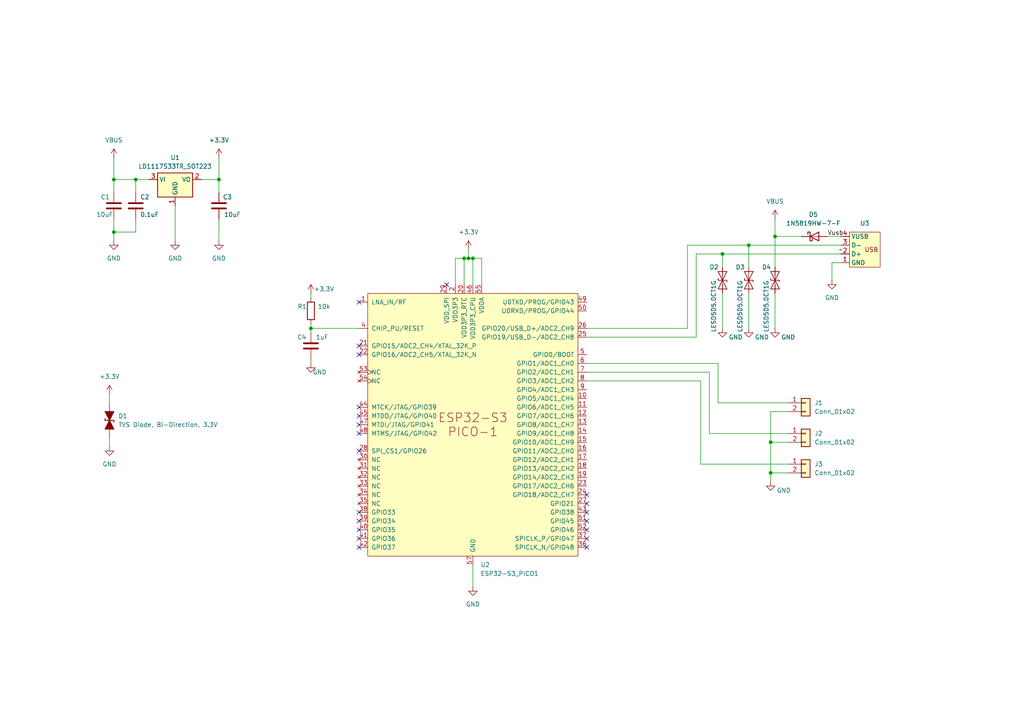
<source format=kicad_sch>
(kicad_sch (version 20230121) (generator eeschema)
  (paper "A4")
  (title_block (title "MoozyNano") (date "2023-07-21") (rev "0.1") (company "Author : Laurent Claude - www.laurentclaude.fr") (comment 1 "License : Open Source Hardware - CC BY-SA 4.0"))
  (lib_symbols
    (symbol "1_Laurent_Librairie:PCB_USC-connector"
      (property "Reference" "U" (at 0 0 0))
      (symbol "PCB_USC-connector_1_1"
        (rectangle (start 2.54 5.08) (end 11.43 -5.08) (fill (type background)))
        (rectangle (start 8.89 0) (end 8.89 0))
        (text "USB" (at 8.89 0 0) (effects (font (size 1.27 1.27))))
        (pin power_in line (at 0 3.81 0) (length 2.54) (name "GND") (number "1"))
        (pin bidirectional line (at 0 1.27 0) (length 2.54) (name "D+") (number "2"))
        (pin bidirectional line (at 0 -1.27 0) (length 2.54) (name "D-") (number "3"))
        (pin power_in line (at 0 -3.81 0) (length 2.54) (name "VUSB") (number "4"))
      )
    )
    (symbol "Connector_Generic:Conn_01x02" (pin_names (offset 1.016) hide)
      (property "Reference" "J" (at 0 2.54 0))
      (property "Value" "Conn_01x02" (at 0 -5.08 0))
      (symbol "Conn_01x02_1_1"
        (rectangle (start -1.27 -2.413) (end 0 -2.667) (stroke (width 0.1524)))
        (rectangle (start -1.27 0.127) (end 0 -0.127) (stroke (width 0.1524)))
        (rectangle (start -1.27 1.27) (end 1.27 -3.81) (stroke (width 0.254)) (fill (type background)))
        (pin passive line (at -5.08 0 0) (length 3.81) (name "Pin_1") (number "1"))
        (pin passive line (at -5.08 -2.54 0) (length 3.81) (name "Pin_2") (number "2"))
      )
    )
    (symbol "Device:C" (pin_numbers hide) (pin_names (offset 0.254))
      (property "Reference" "C" (at 0.635 2.54 0))
      (property "Value" "C" (at 0.635 -2.54 0))
      (symbol "C_0_1"
        (polyline (pts (xy -2.032 -0.762) (xy 2.032 -0.762)) (stroke (width 0.508)))
        (polyline (pts (xy -2.032 0.762) (xy 2.032 0.762)) (stroke (width 0.508)))
      )
      (symbol "C_1_1"
        (pin passive line (at 0 3.81 270) (length 2.794) (name "~") (number "1"))
        (pin passive line (at 0 -3.81 90) (length 2.794) (name "~") (number "2"))
      )
    )
    (symbol "Device:R" (pin_numbers hide) (pin_names (offset 0))
      (property "Reference" "R" (at 2.032 0 90))
      (property "Value" "R" (at 0 0 90))
      (symbol "R_0_1"
        (rectangle (start -1.016 -2.54) (end 1.016 2.54) (stroke (width 0.254)))
      )
      (symbol "R_1_1"
        (pin passive line (at 0 3.81 270) (length 1.27) (name "~") (number "1"))
        (pin passive line (at 0 -3.81 90) (length 1.27) (name "~") (number "2"))
      )
    )
    (symbol "Diode:1N5819" (pin_numbers hide) (pin_names (offset 1.016) hide)
      (property "Reference" "D" (at 0 2.54 0))
      (property "Value" "1N5819" (at 0 -2.54 0))
      (symbol "1N5819_0_1"
        (polyline (pts (xy 1.27 0) (xy -1.27 0)))
        (polyline (pts (xy 1.27 1.27) (xy 1.27 -1.27) (xy -1.27 0) (xy 1.27 1.27)) (stroke (width 0.254)))
        (polyline (pts (xy -1.905 0.635) (xy -1.905 1.27) (xy -1.27 1.27) (xy -1.27 -1.27) (xy -0.635 -1.27) (xy -0.635 -0.635)) (stroke (width 0.254)))
      )
      (symbol "1N5819_1_1"
        (pin passive line (at -3.81 0 0) (length 2.54) (name "K") (number "1"))
        (pin passive line (at 3.81 0 180) (length 2.54) (name "A") (number "2"))
      )
    )
    (symbol "Diode:ESD9B5.0ST5G" (pin_numbers hide) (pin_names (offset 1.016) hide)
      (property "Reference" "D" (at 0 2.54 0))
      (property "Value" "ESD9B5.0ST5G" (at 0 -2.54 0))
      (symbol "ESD9B5.0ST5G_0_1"
        (polyline (pts (xy 1.27 0) (xy -1.27 0)))
        (polyline (pts (xy -2.54 -1.27) (xy 0 0) (xy -2.54 1.27) (xy -2.54 -1.27)) (stroke (width 0.2032)))
        (polyline (pts (xy 0.508 1.27) (xy 0 1.27) (xy 0 -1.27) (xy -0.508 -1.27)) (stroke (width 0.2032)))
        (polyline (pts (xy 2.54 1.27) (xy 2.54 -1.27) (xy 0 0) (xy 2.54 1.27)) (stroke (width 0.2032)))
      )
      (symbol "ESD9B5.0ST5G_1_1"
        (pin passive line (at -3.81 0 0) (length 2.54) (name "A1") (number "1"))
        (pin passive line (at 3.81 0 180) (length 2.54) (name "A2") (number "2"))
      )
    )
    (symbol "PCM_Diode_TVS_AKL:D_TVS_Bidirectional_Generic" (pin_numbers hide) (pin_names (offset 1.016) hide)
      (property "Reference" "D" (at 0 5.08 0))
      (property "Value" "D_TVS_Bidirectional_Generic" (at 0 2.54 0))
      (symbol "D_TVS_Bidirectional_Generic_0_1"
        (polyline (pts (xy 0 -1.27) (xy -0.508 -1.27)) (stroke (width 0.254)))
        (polyline (pts (xy 0 1.27) (xy 0 -1.27)) (stroke (width 0.254)))
        (polyline (pts (xy 0 1.27) (xy 0.508 1.27)) (stroke (width 0.254)))
        (polyline (pts (xy 1.27 0) (xy -1.27 0)))
        (polyline (pts (xy 0 0) (xy -2.54 1.27) (xy -2.54 -1.27) (xy 0 0)) (stroke (width 0.254)) (fill (type outline)))
        (polyline (pts (xy 2.54 1.27) (xy 2.54 -1.27) (xy 0 0) (xy 2.54 1.27)) (stroke (width 0.254)) (fill (type outline)))
      )
      (symbol "D_TVS_Bidirectional_Generic_1_1"
        (pin passive line (at -5.08 0 0) (length 2.54) (name "K") (number "1"))
        (pin passive line (at 5.08 0 180) (length 2.54) (name "A") (number "2"))
      )
    )
    (symbol "PCM_Espressif:ESP32-S3_PICO1" (pin_names (offset 1.016))
      (property "Reference" "U" (at -30.48 43.18 0))
      (property "Value" "ESP32-S3_PICO1" (at -30.48 40.64 0))
      (symbol "ESP32-S3_PICO1_0_0"
        (pin bidirectional line (at 33.02 -35.56 180) (length 2.54) (name "SPICLK_N/GPIO48") (number "36"))
        (pin bidirectional line (at 33.02 -33.02 180) (length 2.54) (name "SPICLK_P/GPIO47") (number "37"))
      )
      (symbol "ESP32-S3_PICO1_0_1"
        (rectangle (start -30.48 38.1) (end 30.48 -38.1) (fill (type background)))
      )
      (symbol "ESP32-S3_PICO1_1_0"
        (text "ESP32-S3\nPICO-1" (at 0 0 0) (effects (font (size 2.54 2.54))))
      )
      (symbol "ESP32-S3_PICO1_1_1"
        (pin bidirectional line (at -33.02 35.56 0) (length 2.54) (name "LNA_IN/RF") (number "1"))
        (pin bidirectional line (at 33.02 7.62 180) (length 2.54) (name "GPIO5/ADC1_CH4") (number "10"))
        (pin bidirectional line (at 33.02 5.08 180) (length 2.54) (name "GPIO6/ADC1_CH5") (number "11"))
        (pin bidirectional line (at 33.02 2.54 180) (length 2.54) (name "GPIO7/ADC1_CH6") (number "12"))
        (pin bidirectional line (at 33.02 0 180) (length 2.54) (name "GPIO8/ADC1_CH7") (number "13"))
        (pin bidirectional line (at 33.02 -2.54 180) (length 2.54) (name "GPIO9/ADC1_CH8") (number "14"))
        (pin bidirectional line (at 33.02 -5.08 180) (length 2.54) (name "GPIO10/ADC1_CH9") (number "15"))
        (pin bidirectional line (at 33.02 -7.62 180) (length 2.54) (name "GPIO11/ADC2_CH0") (number "16"))
        (pin bidirectional line (at 33.02 -10.16 180) (length 2.54) (name "GPIO12/ADC2_CH1") (number "17"))
        (pin bidirectional line (at 33.02 -12.7 180) (length 2.54) (name "GPIO13/ADC2_CH2") (number "18"))
        (pin bidirectional line (at 33.02 -15.24 180) (length 2.54) (name "GPIO14/ADC2_CH3") (number "19"))
        (pin power_in line (at -5.08 40.64 270) (length 2.54) (name "VDD3P3") (number "2"))
        (pin power_in line (at -2.54 40.64 270) (length 2.54) (name "VDD3P3_RTC") (number "20"))
        (pin bidirectional line (at -33.02 22.86 0) (length 2.54) (name "GPIO15/ADC2_CH4/XTAL_32K_P") (number "21"))
        (pin bidirectional line (at -33.02 20.32 0) (length 2.54) (name "GPIO16/ADC2_CH5/XTAL_32K_N") (number "22"))
        (pin bidirectional line (at 33.02 -17.78 180) (length 2.54) (name "GPIO17/ADC2_CH6") (number "23"))
        (pin bidirectional line (at 33.02 -20.32 180) (length 2.54) (name "GPIO18/ADC2_CH7") (number "24"))
        (pin bidirectional line (at 33.02 25.4 180) (length 2.54) (name "GPIO19/USB_D-/ADC2_CH8") (number "25"))
        (pin bidirectional line (at 33.02 27.94 180) (length 2.54) (name "GPIO20/USB_D+/ADC2_CH9") (number "26"))
        (pin bidirectional line (at 33.02 -22.86 180) (length 2.54) (name "GPIO21") (number "27"))
        (pin bidirectional line (at -33.02 -7.62 0) (length 2.54) (name "SPI_CS1/GPIO26") (number "28"))
        (pin power_out line (at -7.62 40.64 270) (length 2.54) (name "VDD_SPI") (number "29"))
        (pin power_in line (at -5.08 40.64 270) (length 2.54) hide (name "VDD3P3") (number "3"))
        (pin no_connect line (at -33.02 -10.16 0) (length 2.54) (name "NC") (number "30"))
        (pin no_connect line (at -33.02 -12.7 0) (length 2.54) (name "NC") (number "31"))
        (pin no_connect line (at -33.02 -15.24 0) (length 2.54) (name "NC") (number "32"))
        (pin no_connect line (at -33.02 -17.78 0) (length 2.54) (name "NC") (number "33"))
        (pin no_connect line (at -33.02 -20.32 0) (length 2.54) (name "NC") (number "34"))
        (pin no_connect line (at -33.02 -22.86 0) (length 2.54) (name "NC") (number "35"))
        (pin bidirectional line (at -33.02 -25.4 0) (length 2.54) (name "GPIO33") (number "38"))
        (pin bidirectional line (at -33.02 -27.94 0) (length 2.54) (name "GPIO34") (number "39"))
        (pin input line (at -33.02 27.94 0) (length 2.54) (name "CHIP_PU/RESET") (number "4"))
        (pin bidirectional line (at -33.02 -30.48 0) (length 2.54) (name "GPIO35") (number "40"))
        (pin bidirectional line (at -33.02 -33.02 0) (length 2.54) (name "GPIO36") (number "41"))
        (pin bidirectional line (at -33.02 -35.56 0) (length 2.54) (name "GPIO37") (number "42"))
        (pin bidirectional line (at 33.02 -25.4 180) (length 2.54) (name "GPIO38") (number "43"))
        (pin bidirectional line (at -33.02 5.08 0) (length 2.54) (name "MTCK/JTAG/GPIO39") (number "44"))
        (pin bidirectional line (at -33.02 2.54 0) (length 2.54) (name "MTDO/JTAG/GPIO40") (number "45"))
        (pin power_in line (at 0 40.64 270) (length 2.54) (name "VDD3P3_CPU") (number "46"))
        (pin bidirectional line (at -33.02 0 0) (length 2.54) (name "MTDI/JTAG/GPIO41") (number "47"))
        (pin bidirectional line (at -33.02 -2.54 0) (length 2.54) (name "MTMS/JTAG/GPIO42") (number "48"))
        (pin bidirectional line (at 33.02 35.56 180) (length 2.54) (name "U0TXD/PROG/GPIO43") (number "49"))
        (pin bidirectional line (at 33.02 20.32 180) (length 2.54) (name "GPIO0/BOOT") (number "5"))
        (pin bidirectional line (at 33.02 33.02 180) (length 2.54) (name "U0RXD/PROG/GPIO44") (number "50"))
        (pin bidirectional line (at 33.02 -27.94 180) (length 2.54) (name "GPIO45") (number "51"))
        (pin bidirectional line (at 33.02 -30.48 180) (length 2.54) (name "GPIO46") (number "52"))
        (pin no_connect clock (at -33.02 15.24 0) (length 2.54) (name "NC") (number "53"))
        (pin no_connect clock (at -33.02 12.7 0) (length 2.54) (name "NC") (number "54"))
        (pin power_in line (at 2.54 40.64 270) (length 2.54) (name "VDDA") (number "55"))
        (pin passive line (at 2.54 40.64 270) (length 2.54) hide (name "VDDA") (number "56"))
        (pin power_in line (at 0 -40.64 90) (length 2.54) (name "GND") (number "57"))
        (pin bidirectional line (at 33.02 17.78 180) (length 2.54) (name "GPIO1/ADC1_CH0") (number "6"))
        (pin bidirectional line (at 33.02 15.24 180) (length 2.54) (name "GPIO2/ADC1_CH1") (number "7"))
        (pin bidirectional line (at 33.02 12.7 180) (length 2.54) (name "GPIO3/ADC1_CH2") (number "8"))
        (pin bidirectional line (at 33.02 10.16 180) (length 2.54) (name "GPIO4/ADC1_CH3") (number "9"))
      )
    )
    (symbol "Regulator_Linear:LD1117S33TR_SOT223"
      (property "Reference" "U" (at -3.81 3.175 0))
      (property "Value" "LD1117S33TR_SOT223" (at 0 3.175 0))
      (symbol "LD1117S33TR_SOT223_0_1"
        (rectangle (start -5.08 -5.08) (end 5.08 1.905) (stroke (width 0.254)) (fill (type background)))
      )
      (symbol "LD1117S33TR_SOT223_1_1"
        (pin power_in line (at 0 -7.62 90) (length 2.54) (name "GND") (number "1"))
        (pin power_out line (at 7.62 0 180) (length 2.54) (name "VO") (number "2"))
        (pin power_in line (at -7.62 0 0) (length 2.54) (name "VI") (number "3"))
      )
    )
    (symbol "power:+3.3V" (power) (pin_names (offset 0))
      (property "Value" "+3.3V" (at 0 3.556 0))
      (symbol "+3.3V_0_1"
        (polyline (pts (xy -0.762 1.27) (xy 0 2.54)))
        (polyline (pts (xy 0 0) (xy 0 2.54)))
        (polyline (pts (xy 0 2.54) (xy 0.762 1.27)))
      )
      (symbol "+3.3V_1_1"
        (pin power_in line (at 0 0 90) (length 0) hide (name "+3.3V") (number "1"))
      )
    )
    (symbol "power:GND" (power) (pin_names (offset 0))
      (property "Value" "GND" (at 0 -3.81 0))
      (symbol "GND_0_1"
        (polyline (pts (xy 0 0) (xy 0 -1.27) (xy 1.27 -1.27) (xy 0 -2.54) (xy -1.27 -1.27) (xy 0 -1.27)))
      )
      (symbol "GND_1_1"
        (pin power_in line (at 0 0 270) (length 0) hide (name "GND") (number "1"))
      )
    )
    (symbol "power:VBUS" (power) (pin_names (offset 0))
      (property "Value" "VBUS" (at 0 3.81 0))
      (symbol "VBUS_0_1"
        (polyline (pts (xy -0.762 1.27) (xy 0 2.54)))
        (polyline (pts (xy 0 0) (xy 0 2.54)))
        (polyline (pts (xy 0 2.54) (xy 0.762 1.27)))
      )
      (symbol "VBUS_1_1"
        (pin power_in line (at 0 0 90) (length 0) hide (name "VBUS") (number "1"))
      )
    )
  )
  (junction (at 223.52 128.27))
  (junction (at 135.89 74.93))
  (junction (at 33.02 52.07))
  (junction (at 90.17 95.25))
  (junction (at 63.5 52.07))
  (junction (at 209.55 73.66))
  (junction (at 217.17 71.12))
  (junction (at 137.16 74.93))
  (junction (at 39.37 52.07))
  (junction (at 134.62 74.93))
  (junction (at 224.79 68.58))
  (junction (at 223.52 137.16))
  (junction (at 33.02 67.31))
  (no_connect (at 104.14 151.13))
  (no_connect (at 129.54 82.55))
  (no_connect (at 104.14 156.21))
  (no_connect (at 170.18 153.67))
  (no_connect (at 104.14 123.19))
  (no_connect (at 170.18 143.51))
  (no_connect (at 104.14 130.81))
  (no_connect (at 104.14 102.87))
  (no_connect (at 104.14 120.65))
  (no_connect (at 104.14 153.67))
  (no_connect (at 170.18 151.13))
  (no_connect (at 170.18 146.05))
  (no_connect (at 170.18 148.59))
  (no_connect (at 170.18 158.75))
  (no_connect (at 104.14 158.75))
  (no_connect (at 104.14 148.59))
  (no_connect (at 170.18 156.21))
  (no_connect (at 104.14 125.73))
  (no_connect (at 104.14 87.63))
  (no_connect (at 104.14 118.11))
  (no_connect (at 104.14 100.33))
  (wire (pts (xy 208.28 116.84) (xy 228.6 116.84)))
  (wire (pts (xy 90.17 93.98) (xy 90.17 95.25)))
  (wire (pts (xy 205.74 125.73) (xy 228.6 125.73)))
  (wire (pts (xy 199.39 71.12) (xy 199.39 95.25)))
  (wire (pts (xy 170.18 97.79) (xy 201.93 97.79)))
  (wire (pts (xy 203.2 110.49) (xy 203.2 134.62)))
  (wire (pts (xy 33.02 45.72) (xy 33.02 52.07)))
  (wire (pts (xy 228.6 128.27) (xy 223.52 128.27)))
  (wire (pts (xy 134.62 74.93) (xy 132.08 74.93)))
  (wire (pts (xy 201.93 73.66) (xy 201.93 97.79)))
  (wire (pts (xy 217.17 85.09) (xy 217.17 95.25)))
  (wire (pts (xy 224.79 68.58) (xy 232.41 68.58)))
  (wire (pts (xy 240.03 68.58) (xy 243.84 68.58)))
  (wire (pts (xy 139.7 82.55) (xy 139.7 74.93)))
  (wire (pts (xy 33.02 52.07) (xy 33.02 55.88)))
  (wire (pts (xy 137.16 163.83) (xy 137.16 170.18)))
  (wire (pts (xy 135.89 74.93) (xy 134.62 74.93)))
  (wire (pts (xy 243.84 76.2) (xy 241.3 76.2)))
  (wire (pts (xy 228.6 137.16) (xy 223.52 137.16)))
  (wire (pts (xy 50.8 59.69) (xy 50.8 69.85)))
  (wire (pts (xy 170.18 110.49) (xy 203.2 110.49)))
  (wire (pts (xy 208.28 105.41) (xy 208.28 116.84)))
  (wire (pts (xy 241.3 76.2) (xy 241.3 81.28)))
  (wire (pts (xy 58.42 52.07) (xy 63.5 52.07)))
  (wire (pts (xy 170.18 95.25) (xy 199.39 95.25)))
  (wire (pts (xy 39.37 52.07) (xy 43.18 52.07)))
  (wire (pts (xy 217.17 71.12) (xy 243.84 71.12)))
  (wire (pts (xy 223.52 119.38) (xy 223.52 128.27)))
  (wire (pts (xy 203.2 134.62) (xy 228.6 134.62)))
  (wire (pts (xy 217.17 71.12) (xy 217.17 77.47)))
  (wire (pts (xy 90.17 95.25) (xy 104.14 95.25)))
  (wire (pts (xy 39.37 55.88) (xy 39.37 52.07)))
  (wire (pts (xy 63.5 45.72) (xy 63.5 52.07)))
  (wire (pts (xy 224.79 68.58) (xy 224.79 77.47)))
  (wire (pts (xy 199.39 71.12) (xy 217.17 71.12)))
  (wire (pts (xy 209.55 73.66) (xy 209.55 77.47)))
  (wire (pts (xy 132.08 74.93) (xy 132.08 82.55)))
  (wire (pts (xy 170.18 107.95) (xy 205.74 107.95)))
  (wire (pts (xy 209.55 73.66) (xy 243.84 73.66)))
  (wire (pts (xy 137.16 74.93) (xy 139.7 74.93)))
  (wire (pts (xy 33.02 67.31) (xy 33.02 69.85)))
  (wire (pts (xy 63.5 63.5) (xy 63.5 69.85)))
  (wire (pts (xy 31.75 127) (xy 31.75 129.54)))
  (wire (pts (xy 224.79 85.09) (xy 224.79 95.25)))
  (wire (pts (xy 39.37 63.5) (xy 39.37 67.31)))
  (wire (pts (xy 209.55 85.09) (xy 209.55 95.25)))
  (wire (pts (xy 90.17 85.09) (xy 90.17 86.36)))
  (wire (pts (xy 137.16 82.55) (xy 137.16 74.93)))
  (wire (pts (xy 224.79 63.5) (xy 224.79 68.58)))
  (wire (pts (xy 90.17 96.52) (xy 90.17 95.25)))
  (wire (pts (xy 31.75 114.3) (xy 31.75 116.84)))
  (wire (pts (xy 63.5 52.07) (xy 63.5 55.88)))
  (wire (pts (xy 205.74 107.95) (xy 205.74 125.73)))
  (wire (pts (xy 228.6 119.38) (xy 223.52 119.38)))
  (wire (pts (xy 201.93 73.66) (xy 209.55 73.66)))
  (wire (pts (xy 135.89 72.39) (xy 135.89 74.93)))
  (wire (pts (xy 39.37 52.07) (xy 33.02 52.07)))
  (wire (pts (xy 137.16 74.93) (xy 135.89 74.93)))
  (wire (pts (xy 223.52 137.16) (xy 223.52 139.7)))
  (wire (pts (xy 33.02 63.5) (xy 33.02 67.31)))
  (wire (pts (xy 134.62 74.93) (xy 134.62 82.55)))
  (wire (pts (xy 223.52 128.27) (xy 223.52 137.16)))
  (wire (pts (xy 90.17 104.14) (xy 90.17 105.41)))
  (wire (pts (xy 170.18 105.41) (xy 208.28 105.41)))
  (wire (pts (xy 39.37 67.31) (xy 33.02 67.31)))
  (label "Vusb" (at 240.03 68.58 0))
  (symbol (lib_id "power:GND") (at 217.17 95.25 0) (unit 1)
    (property "Reference" "#PWR017" (effects hide))
    (property "Value" "GND" (at 220.98 97.79 0))
  )
  (symbol (lib_id "power:GND") (at 33.02 69.85 0) (unit 1)
    (property "Reference" "#PWR02" (effects hide))
    (property "Value" "GND" (at 33.02 74.93 0))
  )
  (symbol (lib_id "PCM_Espressif:ESP32-S3_PICO1") (at 137.16 123.19 0) (unit 1)
    (property "Reference" "U2" (at 139.3541 163.83 0) (effects (justify left)))
    (property "Value" "ESP32-S3_PICO1" (at 139.3541 166.37 0) (effects (justify left)))
    (property "Footprint" "Package_DFN_QFN:QFN-56-1EP_7x7mm_P0.4mm_EP5.6x5.6mm" (effects hide))
    (property "Datasheet" "https://www.espressif.com/sites/default/files/documentation/esp32-s3-pico-1_datasheet_en.pdf" (effects hide))
  )
  (symbol (lib_id "Device:C") (at 90.17 100.33 180) (unit 1)
    (property "Reference" "C4" (at 88.9 97.79 0) (effects (justify left)))
    (property "Value" "1uF" (at 95.25 97.79 0) (effects (justify left)))
    (property "Footprint" "Capacitor_SMD:C_0805_2012Metric_Pad1.18x1.45mm_HandSolder" (effects hide))
  )
  (symbol (lib_id "Diode:ESD9B5.0ST5G") (at 217.17 81.28 90) (unit 1)
    (property "Reference" "D3" (at 213.36 77.47 90) (effects (justify right)))
    (property "Value" "LESD5D5.0CT1G" (at 214.63 81.28 0) (effects (justify right)))
    (property "Footprint" "Diode_SMD:D_SOD-923" (effects hide))
    (property "Datasheet" "https://www.onsemi.com/pub/Collateral/ESD9B-D.PDF" (effects hide))
  )
  (symbol (lib_id "power:+3.3V") (at 63.5 45.72 0) (unit 1)
    (property "Reference" "#PWR04" (effects hide))
    (property "Value" "+3.3V" (at 63.5 40.64 0))
  )
  (symbol (lib_id "PCM_Diode_TVS_AKL:D_TVS_Bidirectional_Generic") (at 31.75 121.92 90) (unit 1)
    (property "Reference" "D1" (at 34.29 120.65 90) (effects (justify right)))
    (property "Value" "TVS Diode, Bi-Direction, 3.3V" (at 34.29 123.19 90) (effects (justify right)))
    (property "Footprint" "Diode_SMD:D_SOD-323_HandSoldering" (effects hide))
  )
  (symbol (lib_id "power:+3.3V") (at 31.75 114.3 0) (unit 1)
    (property "Reference" "#PWR06" (effects hide))
    (property "Value" "+3.3V" (at 31.75 109.22 0))
  )
  (symbol (lib_id "Connector_Generic:Conn_01x02") (at 233.68 125.73 0) (unit 1)
    (property "Reference" "J2" (at 236.22 125.73 0) (effects (justify left)))
    (property "Value" "Conn_01x02" (at 236.22 128.27 0) (effects (justify left)))
    (property "Footprint" "Connector_PinHeader_2.54mm:PinHeader_1x02_P2.54mm_Vertical" (effects hide))
  )
  (symbol (lib_id "power:GND") (at 209.55 95.25 0) (unit 1)
    (property "Reference" "#PWR016" (effects hide))
    (property "Value" "GND" (at 213.36 97.79 0))
  )
  (symbol (lib_id "power:GND") (at 137.16 170.18 0) (unit 1)
    (property "Reference" "#PWR015" (effects hide))
    (property "Value" "GND" (at 137.16 175.26 0))
  )
  (symbol (lib_id "power:VBUS") (at 33.02 45.72 0) (unit 1)
    (property "Reference" "#PWR01" (effects hide))
    (property "Value" "VBUS" (at 33.02 40.64 0))
  )
  (symbol (lib_id "Device:C") (at 39.37 59.69 0) (unit 1)
    (property "Reference" "C2" (at 40.64 57.15 0) (effects (justify left)))
    (property "Value" "0.1uF" (at 40.64 62.23 0) (effects (justify left)))
    (property "Footprint" "Capacitor_SMD:C_0805_2012Metric_Pad1.18x1.45mm_HandSolder" (effects hide))
  )
  (symbol (lib_id "power:GND") (at 241.3 81.28 0) (mirror y) (unit 1)
    (property "Reference" "#PWR021" (effects hide))
    (property "Value" "GND" (at 241.3 86.36 0))
  )
  (symbol (lib_id "1_Laurent_Librairie:PCB_USC-connector") (at 243.84 72.39 0) (mirror x) (unit 1)
    (property "Reference" "U3" (at 250.825 64.77 0))
    (property "Value" "~" (at 243.84 72.39 0))
    (property "Footprint" "1_Laurent_Librairie:PCB_USB_Connector" (effects hide))
  )
  (symbol (lib_id "power:+3.3V") (at 135.89 72.39 0) (unit 1)
    (property "Reference" "#PWR010" (effects hide))
    (property "Value" "+3.3V" (at 135.89 67.31 0))
  )
  (symbol (lib_id "power:GND") (at 224.79 95.25 0) (unit 1)
    (property "Reference" "#PWR020" (effects hide))
    (property "Value" "GND" (at 228.6 97.79 0))
  )
  (symbol (lib_id "Diode:1N5819") (at 236.22 68.58 0) (unit 1)
    (property "Reference" "D5" (at 235.9025 62.23 0))
    (property "Value" "1N5819HW-7-F" (at 235.9025 64.77 0))
    (property "Footprint" "Diode_SMD:D_SOD-123" (effects hide))
    (property "Datasheet" "http://www.vishay.com/docs/88525/1n5817.pdf" (effects hide))
  )
  (symbol (lib_id "power:GND") (at 31.75 129.54 0) (unit 1)
    (property "Reference" "#PWR07" (effects hide))
    (property "Value" "GND" (at 31.75 134.62 0))
  )
  (symbol (lib_id "Device:C") (at 33.02 59.69 0) (unit 1)
    (property "Reference" "C1" (at 29.21 57.15 0) (effects (justify left)))
    (property "Value" "10uF" (at 27.94 62.23 0) (effects (justify left)))
    (property "Footprint" "Capacitor_SMD:C_0805_2012Metric_Pad1.18x1.45mm_HandSolder" (effects hide))
  )
  (symbol (lib_id "Diode:ESD9B5.0ST5G") (at 209.55 81.28 90) (unit 1)
    (property "Reference" "D2" (at 205.74 77.47 90) (effects (justify right)))
    (property "Value" "LESD5D5.0CT1G" (at 207.01 81.28 0) (effects (justify right)))
    (property "Footprint" "Diode_SMD:D_SOD-923" (effects hide))
    (property "Datasheet" "https://www.onsemi.com/pub/Collateral/ESD9B-D.PDF" (effects hide))
  )
  (symbol (lib_id "power:GND") (at 223.52 139.7 0) (unit 1)
    (property "Reference" "#PWR018" (effects hide))
    (property "Value" "GND" (at 227.33 142.24 0))
  )
  (symbol (lib_id "Diode:ESD9B5.0ST5G") (at 224.79 81.28 90) (unit 1)
    (property "Reference" "D4" (at 220.98 77.47 90) (effects (justify right)))
    (property "Value" "LESD5D5.0CT1G" (at 222.25 81.28 0) (effects (justify right)))
    (property "Footprint" "Diode_SMD:D_SOD-923" (effects hide))
    (property "Datasheet" "https://www.onsemi.com/pub/Collateral/ESD9B-D.PDF" (effects hide))
  )
  (symbol (lib_id "Connector_Generic:Conn_01x02") (at 233.68 116.84 0) (unit 1)
    (property "Reference" "J1" (at 236.22 116.84 0) (effects (justify left)))
    (property "Value" "Conn_01x02" (at 236.22 119.38 0) (effects (justify left)))
    (property "Footprint" "Connector_PinHeader_2.54mm:PinHeader_1x02_P2.54mm_Vertical" (effects hide))
  )
  (symbol (lib_id "power:VBUS") (at 224.79 63.5 0) (unit 1)
    (property "Reference" "#PWR019" (effects hide))
    (property "Value" "VBUS" (at 224.79 58.42 0))
  )
  (symbol (lib_id "power:+3.3V") (at 90.17 85.09 0) (unit 1)
    (property "Reference" "#PWR08" (effects hide))
    (property "Value" "+3.3V" (at 93.98 83.82 0))
  )
  (symbol (lib_id "Regulator_Linear:LD1117S33TR_SOT223") (at 50.8 52.07 0) (unit 1)
    (property "Reference" "U1" (at 50.8 45.72 0))
    (property "Value" "LD1117S33TR_SOT223" (at 50.8 48.26 0))
    (property "Footprint" "Package_TO_SOT_SMD:SOT-223-3_TabPin2" (effects hide))
    (property "Datasheet" "http://www.st.com/st-web-ui/static/active/en/resource/technical/document/datasheet/CD00000544.pdf" (effects hide))
  )
  (symbol (lib_id "Device:R") (at 90.17 90.17 0) (unit 1)
    (property "Reference" "R1" (at 87.63 88.9 0))
    (property "Value" "10k" (at 93.98 88.9 0))
    (property "Footprint" "Resistor_SMD:R_0805_2012Metric_Pad1.20x1.40mm_HandSolder" (effects hide))
  )
  (symbol (lib_id "Connector_Generic:Conn_01x02") (at 233.68 134.62 0) (unit 1)
    (property "Reference" "J3" (at 236.22 134.62 0) (effects (justify left)))
    (property "Value" "Conn_01x02" (at 236.22 137.16 0) (effects (justify left)))
    (property "Footprint" "Connector_PinHeader_2.54mm:PinHeader_1x02_P2.54mm_Vertical" (effects hide))
  )
  (symbol (lib_id "power:GND") (at 63.5 69.85 0) (unit 1)
    (property "Reference" "#PWR05" (effects hide))
    (property "Value" "GND" (at 63.5 74.93 0))
  )
  (symbol (lib_id "Device:C") (at 63.5 59.69 180) (unit 1)
    (property "Reference" "C3" (at 67.31 57.15 0) (effects (justify left)))
    (property "Value" "10uF" (at 69.85 62.23 0) (effects (justify left)))
    (property "Footprint" "Capacitor_SMD:C_0805_2012Metric_Pad1.18x1.45mm_HandSolder" (effects hide))
  )
  (symbol (lib_id "power:GND") (at 90.17 105.41 0) (unit 1)
    (property "Reference" "#PWR09" (effects hide))
    (property "Value" "GND" (at 92.71 107.95 0))
  )
  (symbol (lib_id "power:GND") (at 50.8 69.85 0) (unit 1)
    (property "Reference" "#PWR03" (effects hide))
    (property "Value" "GND" (at 50.8 74.93 0))
  )
)
</source>
